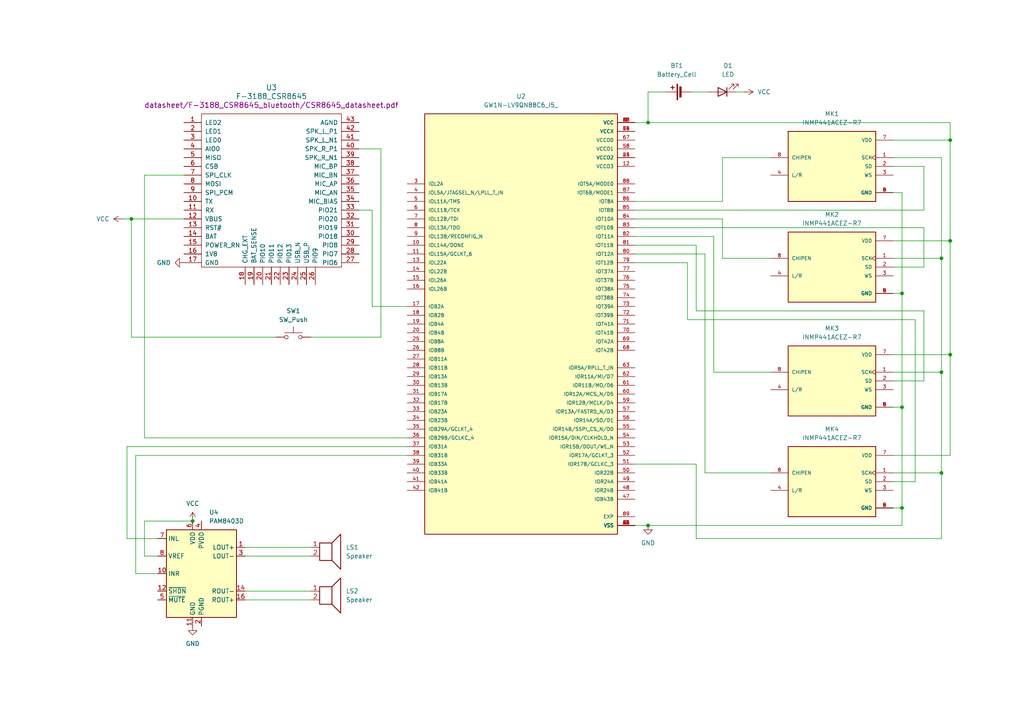
<source format=kicad_sch>
(kicad_sch (version 20231120) (generator "eeschema") (generator_version "8.0")
  (paper "A4")
  (title_block (title "Highway Wave") (date "2025-06-19") (rev "1.0.0"))
  (lib_symbols
    (symbol "Amplifier_Audio:PAM8403D"
      (property "Reference" "U" (at 1.27 16.51 0))
      (property "Value" "PAM8403D" (at 6.096 14.224 0))
      (symbol "PAM8403D_0_1"
        (rectangle (start -10.16 12.7) (end 10.16 -12.7) (stroke (width 0.254)) (fill (type background)))
      )
      (symbol "PAM8403D_1_1"
        (pin output line (at 12.7 7.62 180) (length 2.54) (name "LOUT+") (number "1"))
        (pin input line (at -12.7 0 0) (length 2.54) (name "INR") (number "10"))
        (pin power_in line (at -2.54 -15.24 90) (length 2.54) (name "GND") (number "11"))
        (pin input line (at -12.7 -5.08 0) (length 2.54) (name "~{SHDN}") (number "12"))
        (pin passive line (at 0 15.24 270) (length 2.54) hide (name "PVDD") (number "13"))
        (pin output line (at 12.7 -5.08 180) (length 2.54) (name "ROUT-") (number "14"))
        (pin passive line (at 0 -15.24 90) (length 2.54) hide (name "PGND") (number "15"))
        (pin output line (at 12.7 -7.62 180) (length 2.54) (name "ROUT+") (number "16"))
        (pin power_in line (at 0 -15.24 90) (length 2.54) (name "PGND") (number "2"))
        (pin output line (at 12.7 5.08 180) (length 2.54) (name "LOUT-") (number "3"))
        (pin power_in line (at 0 15.24 270) (length 2.54) (name "PVDD") (number "4"))
        (pin input line (at -12.7 -7.62 0) (length 2.54) (name "~{MUTE}") (number "5"))
        (pin power_in line (at -2.54 15.24 270) (length 2.54) (name "VDD") (number "6"))
        (pin input line (at -12.7 10.16 0) (length 2.54) (name "INL") (number "7"))
        (pin input line (at -12.7 5.08 0) (length 2.54) (name "VREF") (number "8"))
        (pin no_connect line (at 10.16 -10.16 180) (length 2.54) hide (name "NC") (number "9"))
      )
    )
    (symbol "Device:Battery_Cell" (pin_numbers hide) (pin_names (offset 0) hide)
      (property "Reference" "BT" (at 2.54 2.54 0))
      (property "Value" "Battery_Cell" (at 2.54 0 0))
      (symbol "Battery_Cell_0_1"
        (rectangle (start -2.286 1.778) (end 2.286 1.524) (fill (type outline)))
        (rectangle (start -1.524 1.016) (end 1.524 0.508) (fill (type outline)))
        (polyline (pts (xy 0 0.762) (xy 0 0)))
        (polyline (pts (xy 0 1.778) (xy 0 2.54)))
        (polyline (pts (xy 0.762 3.048) (xy 1.778 3.048)) (stroke (width 0.254)))
        (polyline (pts (xy 1.27 3.556) (xy 1.27 2.54)) (stroke (width 0.254)))
      )
      (symbol "Battery_Cell_1_1"
        (pin passive line (at 0 5.08 270) (length 2.54) (name "+") (number "1"))
        (pin passive line (at 0 -2.54 90) (length 2.54) (name "-") (number "2"))
      )
    )
    (symbol "Device:LED" (pin_numbers hide) (pin_names (offset 1.016) hide)
      (property "Reference" "D" (at 0 2.54 0))
      (property "Value" "LED" (at 0 -2.54 0))
      (symbol "LED_0_1"
        (polyline (pts (xy -1.27 -1.27) (xy -1.27 1.27)) (stroke (width 0.254)))
        (polyline (pts (xy -1.27 0) (xy 1.27 0)))
        (polyline (pts (xy 1.27 -1.27) (xy 1.27 1.27) (xy -1.27 0) (xy 1.27 -1.27)) (stroke (width 0.254)))
        (polyline (pts (xy -3.048 -0.762) (xy -4.572 -2.286) (xy -3.81 -2.286) (xy -4.572 -2.286) (xy -4.572 -1.524)))
        (polyline (pts (xy -1.778 -0.762) (xy -3.302 -2.286) (xy -2.54 -2.286) (xy -3.302 -2.286) (xy -3.302 -1.524)))
      )
      (symbol "LED_1_1"
        (pin passive line (at -3.81 0 0) (length 2.54) (name "K") (number "1"))
        (pin passive line (at 3.81 0 180) (length 2.54) (name "A") (number "2"))
      )
    )
    (symbol "Device:Speaker" (pin_names (offset 0) hide)
      (property "Reference" "LS" (at 1.27 5.715 0))
      (property "Value" "Speaker" (at 1.27 3.81 0))
      (symbol "Speaker_0_0"
        (rectangle (start -2.54 1.27) (end 1.016 -3.81) (stroke (width 0.254)))
        (polyline (pts (xy 1.016 1.27) (xy 3.556 3.81) (xy 3.556 -6.35) (xy 1.016 -3.81)) (stroke (width 0.254)))
      )
      (symbol "Speaker_1_1"
        (pin input line (at -5.08 0 0) (length 2.54) (name "1") (number "1"))
        (pin input line (at -5.08 -2.54 0) (length 2.54) (name "2") (number "2"))
      )
    )
    (symbol "F-3188_CSR8645:F-3188_CSR8645" (pin_names (offset 1.016))
      (property "Reference" "U" (at -2.54 10.16 0))
      (property "Value" "F-3188_CSR8645" (at -6.35 38.1 0))
      (property "Datasheet" "datasheet/F-3188_CSR8645_bluetooth/CSR8645_datasheet.pdf" (at 0 -43.18 0))
      (symbol "F-3188_CSR8645_0_1"
        (rectangle (start -25.4 -2.54) (end 15.24 41.91))
      )
      (symbol "F-3188_CSR8645_1_1"
        (pin input line (at -30.48 39.37 0) (length 5.08) (name "LED2") (number "1"))
        (pin input line (at -30.48 16.51 0) (length 5.08) (name "TX") (number "10"))
        (pin input line (at -30.48 13.97 0) (length 5.08) (name "RX") (number "11"))
        (pin input line (at -30.48 11.43 0) (length 5.08) (name "VBUS") (number "12"))
        (pin input line (at -30.48 8.89 0) (length 5.08) (name "RST#") (number "13"))
        (pin input line (at -30.48 6.35 0) (length 5.08) (name "BAT") (number "14"))
        (pin input line (at -30.48 3.81 0) (length 5.08) (name "POWER_RN") (number "15"))
        (pin input line (at -30.48 1.27 0) (length 5.08) (name "1V8") (number "16"))
        (pin input line (at -30.48 -1.27 0) (length 5.08) (name "GND") (number "17"))
        (pin input line (at -12.7 -7.62 90) (length 5.08) (name "CHG_EXT") (number "18"))
        (pin input line (at -10.16 -7.62 90) (length 5.08) (name "BAT_SENSE") (number "19"))
        (pin input line (at -30.48 36.83 0) (length 5.08) (name "LED1") (number "2"))
        (pin input line (at -7.62 -7.62 90) (length 5.08) (name "PIO10") (number "20"))
        (pin input line (at -5.08 -7.62 90) (length 5.08) (name "PIO11") (number "21"))
        (pin input line (at -2.54 -7.62 90) (length 5.08) (name "PIO12") (number "22"))
        (pin input line (at 0 -7.62 90) (length 5.08) (name "PIO13") (number "23"))
        (pin input line (at 2.54 -7.62 90) (length 5.08) (name "USB_N") (number "24"))
        (pin input line (at 5.08 -7.62 90) (length 5.08) (name "USB_P") (number "25"))
        (pin input line (at 7.62 -7.62 90) (length 5.08) (name "PIO9") (number "26"))
        (pin input line (at 20.32 -1.27 180) (length 5.08) (name "PIO6") (number "27"))
        (pin input line (at 20.32 1.27 180) (length 5.08) (name "PIO7") (number "28"))
        (pin input line (at 20.32 3.81 180) (length 5.08) (name "PIO8") (number "29"))
        (pin input line (at -30.48 34.29 0) (length 5.08) (name "LED0") (number "3"))
        (pin input line (at 20.32 6.35 180) (length 5.08) (name "PIO18") (number "30"))
        (pin input line (at 20.32 8.89 180) (length 5.08) (name "PIO19") (number "31"))
        (pin input line (at 20.32 11.43 180) (length 5.08) (name "PIO20") (number "32"))
        (pin input line (at 20.32 13.97 180) (length 5.08) (name "PIO21") (number "33"))
        (pin input line (at 20.32 16.51 180) (length 5.08) (name "MIC_BIAS") (number "34"))
        (pin input line (at 20.32 19.05 180) (length 5.08) (name "MIC_AN") (number "35"))
        (pin input line (at 20.32 21.59 180) (length 5.08) (name "MIC_AP") (number "36"))
        (pin input line (at 20.32 24.13 180) (length 5.08) (name "MIC_BN") (number "37"))
        (pin input line (at 20.32 26.67 180) (length 5.08) (name "MIC_BP") (number "38"))
        (pin input line (at 20.32 29.21 180) (length 5.08) (name "SPK_R_N1") (number "39"))
        (pin input line (at -30.48 31.75 0) (length 5.08) (name "AIO0") (number "4"))
        (pin input line (at 20.32 31.75 180) (length 5.08) (name "SPK_R_P1") (number "40"))
        (pin input line (at 20.32 34.29 180) (length 5.08) (name "SPK_L_N1") (number "41"))
        (pin input line (at 20.32 36.83 180) (length 5.08) (name "SPK_L_P1") (number "42"))
        (pin input line (at 20.32 39.37 180) (length 5.08) (name "AGND") (number "43"))
        (pin input line (at -30.48 29.21 0) (length 5.08) (name "MISO") (number "5"))
        (pin input line (at -30.48 26.67 0) (length 5.08) (name "CSB") (number "6"))
        (pin input line (at -30.48 24.13 0) (length 5.08) (name "SPI_CLK") (number "7"))
        (pin input line (at -30.48 21.59 0) (length 5.08) (name "MOSI") (number "8"))
        (pin input line (at -30.48 19.05 0) (length 5.08) (name "SPI_PCM") (number "9"))
      )
    )
    (symbol "GW1N-LV9QN88C6_I5_:GW1N-LV9QN88C6_I5_" (pin_names (offset 1.016))
      (property "Reference" "U" (at -27.94 62.23 0))
      (property "Value" "GW1N-LV9QN88C6_I5_" (at -27.94 -63.5 0))
      (symbol "GW1N-LV9QN88C6_I5__0_0"
        (rectangle (start -27.94 -60.96) (end 27.94 60.96) (stroke (width 0.254)) (fill (type background)))
        (pin power_in line (at 33.02 58.42 180) (length 5.08) (name "VCC") (number "1"))
        (pin bidirectional line (at -33.02 22.86 0) (length 5.08) (name "IOL14A/DONE") (number "10"))
        (pin bidirectional line (at -33.02 20.32 0) (length 5.08) (name "IOL15A/GCLKT_6") (number "11"))
        (pin power_in line (at 33.02 45.72 180) (length 5.08) (name "VCCO3") (number "12"))
        (pin bidirectional line (at -33.02 17.78 0) (length 5.08) (name "IOL22A") (number "13"))
        (pin bidirectional line (at -33.02 15.24 0) (length 5.08) (name "IOL22B") (number "14"))
        (pin bidirectional line (at -33.02 12.7 0) (length 5.08) (name "IOL26A") (number "15"))
        (pin bidirectional line (at -33.02 10.16 0) (length 5.08) (name "IOL26B") (number "16"))
        (pin bidirectional line (at -33.02 5.08 0) (length 5.08) (name "IOB2A") (number "17"))
        (pin bidirectional line (at -33.02 2.54 0) (length 5.08) (name "IOB2B") (number "18"))
        (pin bidirectional line (at -33.02 0 0) (length 5.08) (name "IOB4A") (number "19"))
        (pin power_in line (at 33.02 -58.42 180) (length 5.08) (name "VSS") (number "2"))
        (pin bidirectional line (at -33.02 -2.54 0) (length 5.08) (name "IOB4B") (number "20"))
        (pin power_in line (at 33.02 -58.42 180) (length 5.08) (name "VSS") (number "21"))
        (pin power_in line (at 33.02 58.42 180) (length 5.08) (name "VCC") (number "22"))
        (pin power_in line (at 33.02 48.26 180) (length 5.08) (name "VCCO2") (number "23"))
        (pin power_in line (at 33.02 -58.42 180) (length 5.08) (name "VSS") (number "24"))
        (pin bidirectional line (at -33.02 -5.08 0) (length 5.08) (name "IOB8A") (number "25"))
        (pin bidirectional line (at -33.02 -7.62 0) (length 5.08) (name "IOB8B") (number "26"))
        (pin bidirectional line (at -33.02 -10.16 0) (length 5.08) (name "IOB11A") (number "27"))
        (pin bidirectional line (at -33.02 -12.7 0) (length 5.08) (name "IOB11B") (number "28"))
        (pin bidirectional line (at -33.02 -15.24 0) (length 5.08) (name "IOB13A") (number "29"))
        (pin bidirectional line (at -33.02 40.64 0) (length 5.08) (name "IOL2A") (number "3"))
        (pin bidirectional line (at -33.02 -17.78 0) (length 5.08) (name "IOB13B") (number "30"))
        (pin bidirectional line (at -33.02 -20.32 0) (length 5.08) (name "IOB17A") (number "31"))
        (pin bidirectional line (at -33.02 -22.86 0) (length 5.08) (name "IOB17B") (number "32"))
        (pin bidirectional line (at -33.02 -25.4 0) (length 5.08) (name "IOB23A") (number "33"))
        (pin bidirectional line (at -33.02 -27.94 0) (length 5.08) (name "IOB23B") (number "34"))
        (pin bidirectional line (at -33.02 -30.48 0) (length 5.08) (name "IOB29A/GCLKT_4") (number "35"))
        (pin bidirectional line (at -33.02 -33.02 0) (length 5.08) (name "IOB29B/GCLKC_4") (number "36"))
        (pin bidirectional line (at -33.02 -35.56 0) (length 5.08) (name "IOB31A") (number "37"))
        (pin bidirectional line (at -33.02 -38.1 0) (length 5.08) (name "IOB31B") (number "38"))
        (pin bidirectional line (at -33.02 -40.64 0) (length 5.08) (name "IOB33A") (number "39"))
        (pin bidirectional line (at -33.02 38.1 0) (length 5.08) (name "IOL5A/JTAGSEL_N/LPLL_T_IN") (number "4"))
        (pin bidirectional line (at -33.02 -43.18 0) (length 5.08) (name "IOB33B") (number "40"))
        (pin bidirectional line (at -33.02 -45.72 0) (length 5.08) (name "IOB41A") (number "41"))
        (pin bidirectional line (at -33.02 -48.26 0) (length 5.08) (name "IOB41B") (number "42"))
        (pin power_in line (at 33.02 -58.42 180) (length 5.08) (name "VSS") (number "43"))
        (pin power_in line (at 33.02 48.26 180) (length 5.08) (name "VCCO2") (number "44"))
        (pin power_in line (at 33.02 58.42 180) (length 5.08) (name "VCC") (number "45"))
        (pin power_in line (at 33.02 -58.42 180) (length 5.08) (name "VSS") (number "46"))
        (pin bidirectional line (at 33.02 -50.8 180) (length 5.08) (name "IOB43B") (number "47"))
        (pin bidirectional line (at 33.02 -48.26 180) (length 5.08) (name "IOR24B") (number "48"))
        (pin bidirectional line (at 33.02 -45.72 180) (length 5.08) (name "IOR24A") (number "49"))
        (pin bidirectional line (at -33.02 35.56 0) (length 5.08) (name "IOL11A/TMS") (number "5"))
        (pin bidirectional line (at 33.02 -43.18 180) (length 5.08) (name "IOR22B") (number "50"))
        (pin bidirectional line (at 33.02 -40.64 180) (length 5.08) (name "IOR17B/GCLKC_3") (number "51"))
        (pin bidirectional line (at 33.02 -38.1 180) (length 5.08) (name "IOR17A/GCLKT_3") (number "52"))
        (pin bidirectional line (at 33.02 -35.56 180) (length 5.08) (name "IOR15B/DOUT/WE_N") (number "53"))
        (pin bidirectional line (at 33.02 -33.02 180) (length 5.08) (name "IOR15A/DIN/CLKHOLD_N") (number "54"))
        (pin bidirectional line (at 33.02 -30.48 180) (length 5.08) (name "IOR14B/SSPI_CS_N/D0") (number "55"))
        (pin bidirectional line (at 33.02 -27.94 180) (length 5.08) (name "IOR14A/SO/D1") (number "56"))
        (pin bidirectional line (at 33.02 -25.4 180) (length 5.08) (name "IOR13A/FASTRD_N/D3") (number "57"))
        (pin power_in line (at 33.02 50.8 180) (length 5.08) (name "VCCO1") (number "58"))
        (pin bidirectional line (at 33.02 -22.86 180) (length 5.08) (name "IOR12B/MCLK/D4") (number "59"))
        (pin bidirectional line (at -33.02 33.02 0) (length 5.08) (name "IOL11B/TCK") (number "6"))
        (pin bidirectional line (at 33.02 -20.32 180) (length 5.08) (name "IOR12A/MCS_N/D5") (number "60"))
        (pin bidirectional line (at 33.02 -17.78 180) (length 5.08) (name "IOR11B/MO/D6") (number "61"))
        (pin bidirectional line (at 33.02 -15.24 180) (length 5.08) (name "IOR11A/MI/D7") (number "62"))
        (pin bidirectional line (at 33.02 -12.7 180) (length 5.08) (name "IOR5A/RPLL_T_IN") (number "63"))
        (pin power_in line (at 33.02 55.88 180) (length 5.08) (name "VCCX") (number "64"))
        (pin power_in line (at 33.02 -58.42 180) (length 5.08) (name "VSS") (number "65"))
        (pin power_in line (at 33.02 58.42 180) (length 5.08) (name "VCC") (number "66"))
        (pin power_in line (at 33.02 53.34 180) (length 5.08) (name "VCCO0") (number "67"))
        (pin bidirectional line (at 33.02 -7.62 180) (length 5.08) (name "IOT42B") (number "68"))
        (pin bidirectional line (at 33.02 -5.08 180) (length 5.08) (name "IOT42A") (number "69"))
        (pin bidirectional line (at -33.02 30.48 0) (length 5.08) (name "IOL12B/TDI") (number "7"))
        (pin bidirectional line (at 33.02 -2.54 180) (length 5.08) (name "IOT41B") (number "70"))
        (pin bidirectional line (at 33.02 0 180) (length 5.08) (name "IOT41A") (number "71"))
        (pin bidirectional line (at 33.02 2.54 180) (length 5.08) (name "IOT39B") (number "72"))
        (pin bidirectional line (at 33.02 5.08 180) (length 5.08) (name "IOT39A") (number "73"))
        (pin bidirectional line (at 33.02 7.62 180) (length 5.08) (name "IOT38B") (number "74"))
        (pin bidirectional line (at 33.02 10.16 180) (length 5.08) (name "IOT38A") (number "75"))
        (pin bidirectional line (at 33.02 12.7 180) (length 5.08) (name "IOT37B") (number "76"))
        (pin bidirectional line (at 33.02 15.24 180) (length 5.08) (name "IOT37A") (number "77"))
        (pin power_in line (at 33.02 55.88 180) (length 5.08) (name "VCCX") (number "78"))
        (pin bidirectional line (at 33.02 17.78 180) (length 5.08) (name "IOT12B") (number "79"))
        (pin bidirectional line (at -33.02 27.94 0) (length 5.08) (name "IOL13A/TDO") (number "8"))
        (pin bidirectional line (at 33.02 20.32 180) (length 5.08) (name "IOT12A") (number "80"))
        (pin bidirectional line (at 33.02 22.86 180) (length 5.08) (name "IOT11B") (number "81"))
        (pin bidirectional line (at 33.02 25.4 180) (length 5.08) (name "IOT11A") (number "82"))
        (pin bidirectional line (at 33.02 27.94 180) (length 5.08) (name "IOT10B") (number "83"))
        (pin bidirectional line (at 33.02 30.48 180) (length 5.08) (name "IOT10A") (number "84"))
        (pin bidirectional line (at 33.02 33.02 180) (length 5.08) (name "IOT8B") (number "85"))
        (pin bidirectional line (at 33.02 35.56 180) (length 5.08) (name "IOT8A") (number "86"))
        (pin bidirectional line (at 33.02 38.1 180) (length 5.08) (name "IOT6B/MODE1") (number "87"))
        (pin bidirectional line (at 33.02 40.64 180) (length 5.08) (name "IOT5A/MODE0") (number "88"))
        (pin power_in line (at 33.02 -55.88 180) (length 5.08) (name "EXP") (number "89"))
        (pin bidirectional line (at -33.02 25.4 0) (length 5.08) (name "IOL13B/RECONFIG_N") (number "9"))
      )
    )
    (symbol "INMP441ACEZ-R7:INMP441ACEZ-R7" (pin_names (offset 1.016))
      (property "Reference" "MK" (at -12.7 10.795 0))
      (property "Value" "INMP441ACEZ-R7" (at -12.7 -12.7 0))
      (symbol "INMP441ACEZ-R7_0_0"
        (rectangle (start -12.7 -10.16) (end 12.7 10.16) (stroke (width 0.254)) (fill (type background)))
        (pin input clock (at 17.78 2.54 180) (length 5.08) (name "SCK") (number "1"))
        (pin output line (at 17.78 0 180) (length 5.08) (name "SD") (number "2"))
        (pin input line (at 17.78 -2.54 180) (length 5.08) (name "WS") (number "3"))
        (pin input line (at -17.78 -2.54 0) (length 5.08) (name "L/R") (number "4"))
        (pin power_in line (at 17.78 -7.62 180) (length 5.08) (name "GND") (number "5"))
        (pin power_in line (at 17.78 -7.62 180) (length 5.08) (name "GND") (number "6"))
        (pin power_in line (at 17.78 7.62 180) (length 5.08) (name "VDD") (number "7"))
        (pin input line (at -17.78 2.54 0) (length 5.08) (name "CHIPEN") (number "8"))
        (pin power_in line (at 17.78 -7.62 180) (length 5.08) (name "GND") (number "9"))
      )
    )
    (symbol "Switch:SW_Push" (pin_numbers hide) (pin_names (offset 1.016) hide)
      (property "Reference" "SW" (at 1.27 2.54 0))
      (property "Value" "SW_Push" (at 0 -1.524 0))
      (symbol "SW_Push_0_1"
        (circle (center -2.032 0) (radius 0.508))
        (polyline (pts (xy 0 1.27) (xy 0 3.048)))
        (polyline (pts (xy 2.54 1.27) (xy -2.54 1.27)))
        (circle (center 2.032 0) (radius 0.508))
        (pin passive line (at -5.08 0 0) (length 2.54) (name "1") (number "1"))
        (pin passive line (at 5.08 0 180) (length 2.54) (name "2") (number "2"))
      )
    )
    (symbol "power:GND" (power) (pin_numbers hide) (pin_names (offset 0) hide)
      (property "Value" "GND" (at 0 -3.81 0))
      (symbol "GND_0_1"
        (polyline (pts (xy 0 0) (xy 0 -1.27) (xy 1.27 -1.27) (xy 0 -2.54) (xy -1.27 -1.27) (xy 0 -1.27)))
      )
      (symbol "GND_1_1"
        (pin power_in line (at 0 0 270) (length 0) (name "~") (number "1"))
      )
    )
    (symbol "power:VCC" (power) (pin_numbers hide) (pin_names (offset 0) hide)
      (property "Value" "VCC" (at 0 3.556 0))
      (symbol "VCC_0_1"
        (polyline (pts (xy -0.762 1.27) (xy 0 2.54)))
        (polyline (pts (xy 0 0) (xy 0 2.54)))
        (polyline (pts (xy 0 2.54) (xy 0.762 1.27)))
      )
      (symbol "VCC_1_1"
        (pin power_in line (at 0 0 90) (length 0) (name "~") (number "1"))
      )
    )
  )
  (junction (at 187.96 35.56))
  (junction (at 55.88 151.13))
  (junction (at 273.05 107.95))
  (junction (at 187.96 152.4))
  (junction (at 261.62 85.09))
  (junction (at 261.62 147.32))
  (junction (at 261.62 118.11))
  (junction (at 273.05 137.16))
  (junction (at 275.59 102.87))
  (junction (at 275.59 40.64))
  (junction (at 38.1 63.5))
  (junction (at 275.59 69.85))
  (junction (at 273.05 74.93))
  (wire (pts (xy 35.56 63.5) (xy 38.1 63.5)))
  (wire (pts (xy 273.05 74.93) (xy 273.05 45.72)))
  (wire (pts (xy 204.47 73.66) (xy 204.47 137.16)))
  (wire (pts (xy 265.43 92.71) (xy 199.39 92.71)))
  (wire (pts (xy 201.93 90.17) (xy 201.93 71.12)))
  (wire (pts (xy 41.91 161.29) (xy 41.91 151.13)))
  (wire (pts (xy 209.55 45.72) (xy 223.52 45.72)))
  (wire (pts (xy 104.14 43.18) (xy 110.49 43.18)))
  (wire (pts (xy 41.91 151.13) (xy 55.88 151.13)))
  (wire (pts (xy 267.97 48.26) (xy 267.97 60.96)))
  (wire (pts (xy 259.08 55.88) (xy 261.62 55.88)))
  (wire (pts (xy 41.91 127) (xy 41.91 50.8)))
  (wire (pts (xy 184.15 66.04) (xy 267.97 66.04)))
  (wire (pts (xy 259.08 102.87) (xy 275.59 102.87)))
  (wire (pts (xy 38.1 63.5) (xy 53.34 63.5)))
  (wire (pts (xy 259.08 137.16) (xy 273.05 137.16)))
  (wire (pts (xy 273.05 107.95) (xy 273.05 74.93)))
  (wire (pts (xy 267.97 90.17) (xy 201.93 90.17)))
  (wire (pts (xy 118.11 127) (xy 41.91 127)))
  (wire (pts (xy 184.15 35.56) (xy 187.96 35.56)))
  (wire (pts (xy 275.59 35.56) (xy 275.59 40.64)))
  (wire (pts (xy 259.08 48.26) (xy 267.97 48.26)))
  (wire (pts (xy 38.1 97.79) (xy 38.1 63.5)))
  (wire (pts (xy 261.62 55.88) (xy 261.62 85.09)))
  (wire (pts (xy 261.62 147.32) (xy 261.62 152.4)))
  (wire (pts (xy 71.12 158.75) (xy 90.17 158.75)))
  (wire (pts (xy 273.05 137.16) (xy 273.05 107.95)))
  (wire (pts (xy 259.08 139.7) (xy 265.43 139.7)))
  (wire (pts (xy 275.59 69.85) (xy 275.59 102.87)))
  (wire (pts (xy 45.72 161.29) (xy 41.91 161.29)))
  (wire (pts (xy 275.59 132.08) (xy 259.08 132.08)))
  (wire (pts (xy 207.01 107.95) (xy 223.52 107.95)))
  (wire (pts (xy 259.08 77.47) (xy 267.97 77.47)))
  (wire (pts (xy 199.39 92.71) (xy 199.39 76.2)))
  (wire (pts (xy 107.95 60.96) (xy 107.95 88.9)))
  (wire (pts (xy 71.12 173.99) (xy 90.17 173.99)))
  (wire (pts (xy 201.93 156.21) (xy 273.05 156.21)))
  (wire (pts (xy 273.05 45.72) (xy 259.08 45.72)))
  (wire (pts (xy 39.37 166.37) (xy 39.37 132.08)))
  (wire (pts (xy 259.08 69.85) (xy 275.59 69.85)))
  (wire (pts (xy 259.08 85.09) (xy 261.62 85.09)))
  (wire (pts (xy 184.15 73.66) (xy 204.47 73.66)))
  (wire (pts (xy 104.14 60.96) (xy 107.95 60.96)))
  (wire (pts (xy 267.97 110.49) (xy 267.97 90.17)))
  (wire (pts (xy 41.91 50.8) (xy 53.34 50.8)))
  (wire (pts (xy 261.62 118.11) (xy 261.62 147.32)))
  (wire (pts (xy 209.55 74.93) (xy 223.52 74.93)))
  (wire (pts (xy 261.62 85.09) (xy 261.62 118.11)))
  (wire (pts (xy 39.37 132.08) (xy 118.11 132.08)))
  (wire (pts (xy 267.97 77.47) (xy 267.97 66.04)))
  (wire (pts (xy 36.83 129.54) (xy 118.11 129.54)))
  (wire (pts (xy 45.72 166.37) (xy 39.37 166.37)))
  (wire (pts (xy 275.59 102.87) (xy 275.59 132.08)))
  (wire (pts (xy 275.59 40.64) (xy 275.59 69.85)))
  (wire (pts (xy 259.08 107.95) (xy 273.05 107.95)))
  (wire (pts (xy 107.95 88.9) (xy 118.11 88.9)))
  (wire (pts (xy 187.96 26.67) (xy 187.96 35.56)))
  (wire (pts (xy 209.55 63.5) (xy 209.55 74.93)))
  (wire (pts (xy 80.01 97.79) (xy 38.1 97.79)))
  (wire (pts (xy 259.08 147.32) (xy 261.62 147.32)))
  (wire (pts (xy 71.12 161.29) (xy 90.17 161.29)))
  (wire (pts (xy 110.49 97.79) (xy 90.17 97.79)))
  (wire (pts (xy 71.12 171.45) (xy 90.17 171.45)))
  (wire (pts (xy 184.15 68.58) (xy 207.01 68.58)))
  (wire (pts (xy 187.96 35.56) (xy 275.59 35.56)))
  (wire (pts (xy 36.83 156.21) (xy 36.83 129.54)))
  (wire (pts (xy 259.08 118.11) (xy 261.62 118.11)))
  (wire (pts (xy 184.15 63.5) (xy 209.55 63.5)))
  (wire (pts (xy 259.08 74.93) (xy 273.05 74.93)))
  (wire (pts (xy 265.43 139.7) (xy 265.43 92.71)))
  (wire (pts (xy 259.08 40.64) (xy 275.59 40.64)))
  (wire (pts (xy 259.08 110.49) (xy 267.97 110.49)))
  (wire (pts (xy 184.15 152.4) (xy 187.96 152.4)))
  (wire (pts (xy 267.97 60.96) (xy 184.15 60.96)))
  (wire (pts (xy 200.66 26.67) (xy 205.74 26.67)))
  (wire (pts (xy 199.39 76.2) (xy 184.15 76.2)))
  (wire (pts (xy 187.96 152.4) (xy 261.62 152.4)))
  (wire (pts (xy 110.49 43.18) (xy 110.49 97.79)))
  (wire (pts (xy 45.72 156.21) (xy 36.83 156.21)))
  (wire (pts (xy 184.15 134.62) (xy 201.93 134.62)))
  (wire (pts (xy 215.9 26.67) (xy 213.36 26.67)))
  (wire (pts (xy 201.93 71.12) (xy 184.15 71.12)))
  (wire (pts (xy 201.93 134.62) (xy 201.93 156.21)))
  (wire (pts (xy 193.04 26.67) (xy 187.96 26.67)))
  (wire (pts (xy 207.01 68.58) (xy 207.01 107.95)))
  (wire (pts (xy 209.55 58.42) (xy 209.55 45.72)))
  (wire (pts (xy 273.05 156.21) (xy 273.05 137.16)))
  (wire (pts (xy 184.15 58.42) (xy 209.55 58.42)))
  (wire (pts (xy 204.47 137.16) (xy 223.52 137.16)))
  (symbol (lib_id "INMP441ACEZ-R7:INMP441ACEZ-R7") (at 241.3 110.49 0) (unit 1)
    (property "Reference" "MK3" (at 241.3 95.25 0))
    (property "Value" "INMP441ACEZ-R7" (at 241.3 97.79 0))
    (property "Footprint" "INMP441ACEZ-R7:MIC_INMP441ACEZ-R7" (effects (hide yes)))
    (property "MF" "TDK InvenSense" (effects (hide yes)))
    (property "MAXIMUM_PACKAGE_HEIGHT" "1.05 mm" (effects (hide yes)))
    (property "Package" "LGA-9 TDK InvenSense" (effects (hide yes)))
    (property "Price" "None" (effects (hide yes)))
    (property "Check_prices" "https://www.snapeda.com/parts/INMP441ACEZ-R7/TDK/view-part/?ref=eda" (effects (hide yes)))
    (property "STANDARD" "Manufacturer Recommendations" (effects (hide yes)))
    (property "PARTREV" "1.1" (effects (hide yes)))
    (property "SnapEDA_Link" "https://www.snapeda.com/parts/INMP441ACEZ-R7/TDK/view-part/?ref=snap" (effects (hide yes)))
    (property "MP" "INMP441ACEZ-R7" (effects (hide yes)))
    (property "Description_1" "\n                        \n                            60 Hz ~ 15 kHz Digital, I2S Microphone MEMS (Silicon) 1.62 V ~ 3.63 V Omnidirectional (-26dB ±3dB @ 94dB SPL) Solder Pads\n                        \n" (effects (hide yes)))
    (property "Availability" "In Stock" (effects (hide yes)))
    (property "MANUFACTURER" "TDK InvenSense" (effects (hide yes)))
  )
  (symbol (lib_id "INMP441ACEZ-R7:INMP441ACEZ-R7") (at 241.3 77.47 0) (unit 1)
    (property "Reference" "MK2" (at 241.3 62.23 0))
    (property "Value" "INMP441ACEZ-R7" (at 241.3 64.77 0))
    (property "Footprint" "INMP441ACEZ-R7:MIC_INMP441ACEZ-R7" (effects (hide yes)))
    (property "MF" "TDK InvenSense" (effects (hide yes)))
    (property "MAXIMUM_PACKAGE_HEIGHT" "1.05 mm" (effects (hide yes)))
    (property "Package" "LGA-9 TDK InvenSense" (effects (hide yes)))
    (property "Price" "None" (effects (hide yes)))
    (property "Check_prices" "https://www.snapeda.com/parts/INMP441ACEZ-R7/TDK/view-part/?ref=eda" (effects (hide yes)))
    (property "STANDARD" "Manufacturer Recommendations" (effects (hide yes)))
    (property "PARTREV" "1.1" (effects (hide yes)))
    (property "SnapEDA_Link" "https://www.snapeda.com/parts/INMP441ACEZ-R7/TDK/view-part/?ref=snap" (effects (hide yes)))
    (property "MP" "INMP441ACEZ-R7" (effects (hide yes)))
    (property "Description_1" "\n                        \n                            60 Hz ~ 15 kHz Digital, I2S Microphone MEMS (Silicon) 1.62 V ~ 3.63 V Omnidirectional (-26dB ±3dB @ 94dB SPL) Solder Pads\n                        \n" (effects (hide yes)))
    (property "Availability" "In Stock" (effects (hide yes)))
    (property "MANUFACTURER" "TDK InvenSense" (effects (hide yes)))
  )
  (symbol (lib_id "Device:LED") (at 209.55 26.67 180) (unit 1)
    (property "Reference" "D1" (at 211.1375 19.05 0))
    (property "Value" "LED" (at 211.1375 21.59 0))
    (property "Description" "Light emitting diode" (effects (hide yes)))
  )
  (symbol (lib_id "Switch:SW_Push") (at 85.09 97.79 0) (unit 1)
    (property "Reference" "SW1" (at 85.09 90.17 0))
    (property "Value" "SW_Push" (at 85.09 92.71 0))
    (property "Description" "Push button switch, generic, two pins" (effects (hide yes)))
  )
  (symbol (lib_id "power:VCC") (at 35.56 63.5 90) (unit 1)
    (property "Reference" "#PWR04" (effects (hide yes)))
    (property "Value" "VCC" (at 31.75 63.4999 90) (effects (justify left)))
    (property "Description" "Power symbol creates a global label with name \"VCC\"" (effects (hide yes)))
  )
  (symbol (lib_id "Device:Battery_Cell") (at 198.12 26.67 90) (unit 1)
    (property "Reference" "BT1" (at 196.2785 19.05 90))
    (property "Value" "Battery_Cell" (at 196.2785 21.59 90))
    (property "Description" "Single-cell battery" (effects (hide yes)))
  )
  (symbol (lib_id "power:VCC") (at 55.88 151.13 0) (unit 1)
    (property "Reference" "#PWR05" (effects (hide yes)))
    (property "Value" "VCC" (at 55.88 146.05 0))
    (property "Description" "Power symbol creates a global label with name \"VCC\"" (effects (hide yes)))
  )
  (symbol (lib_id "Device:Speaker") (at 95.25 171.45 0) (unit 1)
    (property "Reference" "LS2" (at 100.33 171.4499 0) (effects (justify left)))
    (property "Value" "Speaker" (at 100.33 173.9899 0) (effects (justify left)))
    (property "Description" "Speaker" (effects (hide yes)))
  )
  (symbol (lib_id "INMP441ACEZ-R7:INMP441ACEZ-R7") (at 241.3 139.7 0) (unit 1)
    (property "Reference" "MK4" (at 241.3 124.46 0))
    (property "Value" "INMP441ACEZ-R7" (at 241.3 127 0))
    (property "Footprint" "INMP441ACEZ-R7:MIC_INMP441ACEZ-R7" (effects (hide yes)))
    (property "MF" "TDK InvenSense" (effects (hide yes)))
    (property "MAXIMUM_PACKAGE_HEIGHT" "1.05 mm" (effects (hide yes)))
    (property "Package" "LGA-9 TDK InvenSense" (effects (hide yes)))
    (property "Price" "None" (effects (hide yes)))
    (property "Check_prices" "https://www.snapeda.com/parts/INMP441ACEZ-R7/TDK/view-part/?ref=eda" (effects (hide yes)))
    (property "STANDARD" "Manufacturer Recommendations" (effects (hide yes)))
    (property "PARTREV" "1.1" (effects (hide yes)))
    (property "SnapEDA_Link" "https://www.snapeda.com/parts/INMP441ACEZ-R7/TDK/view-part/?ref=snap" (effects (hide yes)))
    (property "MP" "INMP441ACEZ-R7" (effects (hide yes)))
    (property "Description_1" "\n                        \n                            60 Hz ~ 15 kHz Digital, I2S Microphone MEMS (Silicon) 1.62 V ~ 3.63 V Omnidirectional (-26dB ±3dB @ 94dB SPL) Solder Pads\n                        \n" (effects (hide yes)))
    (property "Availability" "In Stock" (effects (hide yes)))
    (property "MANUFACTURER" "TDK InvenSense" (effects (hide yes)))
  )
  (symbol (lib_id "Device:Speaker") (at 95.25 158.75 0) (unit 1)
    (property "Reference" "LS1" (at 100.33 158.7499 0) (effects (justify left)))
    (property "Value" "Speaker" (at 100.33 161.2899 0) (effects (justify left)))
    (property "Description" "Speaker" (effects (hide yes)))
  )
  (symbol (lib_id "INMP441ACEZ-R7:INMP441ACEZ-R7") (at 241.3 48.26 0) (unit 1)
    (property "Reference" "MK1" (at 241.3 33.02 0))
    (property "Value" "INMP441ACEZ-R7" (at 241.3 35.56 0))
    (property "Footprint" "INMP441ACEZ-R7:MIC_INMP441ACEZ-R7" (effects (hide yes)))
    (property "MF" "TDK InvenSense" (effects (hide yes)))
    (property "MAXIMUM_PACKAGE_HEIGHT" "1.05 mm" (effects (hide yes)))
    (property "Package" "LGA-9 TDK InvenSense" (effects (hide yes)))
    (property "Price" "None" (effects (hide yes)))
    (property "Check_prices" "https://www.snapeda.com/parts/INMP441ACEZ-R7/TDK/view-part/?ref=eda" (effects (hide yes)))
    (property "STANDARD" "Manufacturer Recommendations" (effects (hide yes)))
    (property "PARTREV" "1.1" (effects (hide yes)))
    (property "SnapEDA_Link" "https://www.snapeda.com/parts/INMP441ACEZ-R7/TDK/view-part/?ref=snap" (effects (hide yes)))
    (property "MP" "INMP441ACEZ-R7" (effects (hide yes)))
    (property "Description_1" "\n                        \n                            60 Hz ~ 15 kHz Digital, I2S Microphone MEMS (Silicon) 1.62 V ~ 3.63 V Omnidirectional (-26dB ±3dB @ 94dB SPL) Solder Pads\n                        \n" (effects (hide yes)))
    (property "Availability" "In Stock" (effects (hide yes)))
    (property "MANUFACTURER" "TDK InvenSense" (effects (hide yes)))
  )
  (symbol (lib_id "F-3188_CSR8645:F-3188_CSR8645") (at 83.82 74.93 0) (unit 1)
    (property "Reference" "U3" (at 78.74 25.4 0) (effects (font (size 1.524 1.524))))
    (property "Value" "F-3188_CSR8645" (at 78.74 27.94 0) (effects (font (size 1.524 1.524))))
    (property "Datasheet" "datasheet/F-3188_CSR8645_bluetooth/CSR8645_datasheet.pdf" (at 78.74 30.48 0) (effects (font (size 1.524 1.524))))
  )
  (symbol (lib_id "power:VCC") (at 215.9 26.67 270) (unit 1)
    (property "Reference" "#PWR02" (effects (hide yes)))
    (property "Value" "VCC" (at 219.71 26.6699 90) (effects (justify left)))
    (property "Description" "Power symbol creates a global label with name \"VCC\"" (effects (hide yes)))
  )
  (symbol (lib_id "power:GND") (at 55.88 181.61 0) (unit 1)
    (property "Reference" "#PWR06" (effects (hide yes)))
    (property "Value" "GND" (at 55.88 186.69 0))
    (property "Description" "Power symbol creates a global label with name \"GND\" , ground" (effects (hide yes)))
  )
  (symbol (lib_id "power:GND") (at 187.96 152.4 0) (unit 1)
    (property "Reference" "#PWR01" (effects (hide yes)))
    (property "Value" "GND" (at 187.96 157.48 0))
    (property "Description" "Power symbol creates a global label with name \"GND\" , ground" (effects (hide yes)))
  )
  (symbol (lib_id "Amplifier_Audio:PAM8403D") (at 58.42 166.37 0) (unit 1)
    (property "Reference" "U4" (at 60.6141 148.59 0) (effects (justify left)))
    (property "Value" "PAM8403D" (at 60.6141 151.13 0) (effects (justify left)))
    (property "Footprint" "Package_SO:SOP-16_3.9x9.9mm_P1.27mm" (effects (hide yes)))
    (property "Datasheet" "https://www.diodes.com/assets/Datasheets/products_inactive_data/PAM8403.pdf" (effects (hide yes)))
    (property "Description" "3W Filterless Class-D Stereo Audio Amplifier, SOP-16" (effects (hide yes)))
  )
  (symbol (lib_id "GW1N-LV9QN88C6_I5_:GW1N-LV9QN88C6_I5_") (at 151.13 93.98 0) (unit 1)
    (property "Reference" "U2" (at 151.13 27.94 0))
    (property "Value" "GW1N-LV9QN88C6_I5_" (at 151.13 30.48 0))
    (property "Footprint" "GW1N-LV9QN88C6_I5_:QFN40P1000X1000X95-89N" (effects (hide yes)))
    (property "MF" "Gowin Semiconductor" (effects (hide yes)))
    (property "Description_1" "\n                        \n                            Volatile SRAM based and non-volatile flash-based field-programmable gate array (FPGA) technology\n                        \n" (effects (hide yes)))
    (property "Package" "Package" (effects (hide yes)))
    (property "Price" "None" (effects (hide yes)))
    (property "Check_prices" "https://www.snapeda.com/parts/GW1N-LV9QN88C6/I5//Gowin+Semiconductor/view-part/?ref=eda" (effects (hide yes)))
    (property "MAXIMUM_PACKAGE_HIEGHT" "0.95mm" (effects (hide yes)))
    (property "STANDARD" "IPC7351B" (effects (hide yes)))
    (property "PARTREV" "UG103-2.3E" (effects (hide yes)))
    (property "SnapEDA_Link" "https://www.snapeda.com/parts/GW1N-LV9QN88C6/I5//Gowin+Semiconductor/view-part/?ref=snap" (effects (hide yes)))
    (property "MP" "GW1N-LV9QN88C6/I5/" (effects (hide yes)))
    (property "Availability" "In Stock" (effects (hide yes)))
    (property "MANUFACTURER" "Gowin Semiconductor" (effects (hide yes)))
  )
  (symbol (lib_id "power:GND") (at 53.34 76.2 270) (unit 1)
    (property "Reference" "#PWR03" (effects (hide yes)))
    (property "Value" "GND" (at 49.53 76.1999 90) (effects (justify right)))
    (property "Description" "Power symbol creates a global label with name \"GND\" , ground" (effects (hide yes)))
  )
)
</source>
